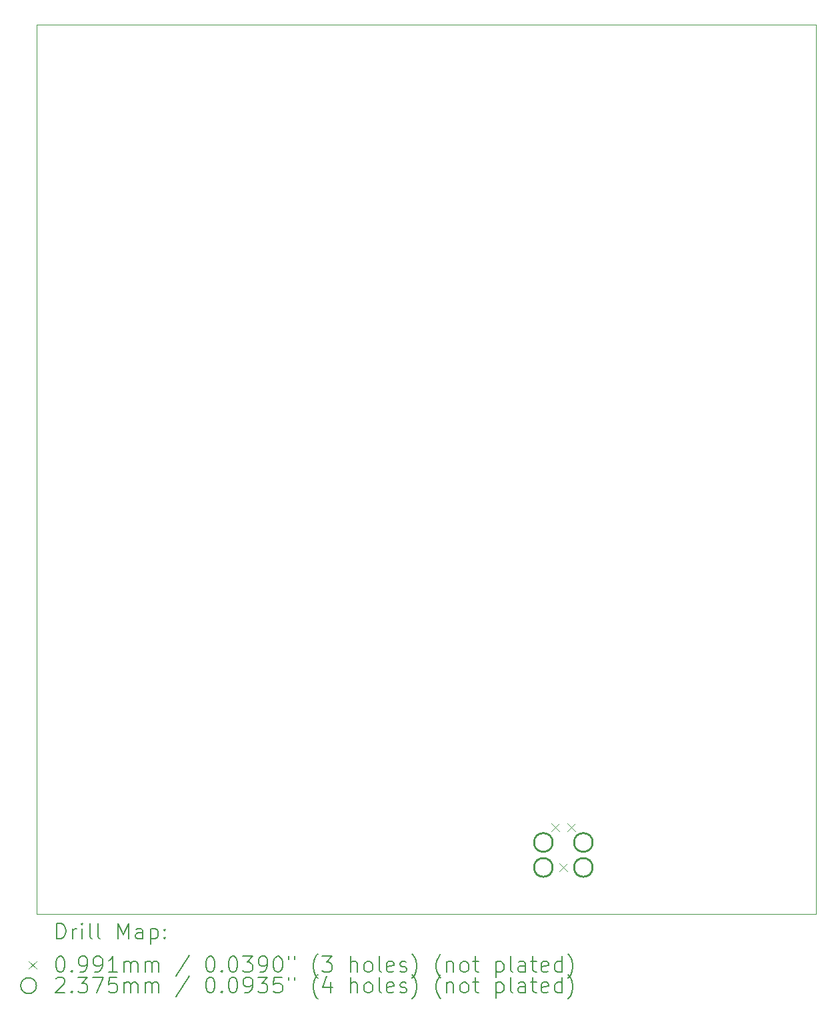
<source format=gbr>
%TF.GenerationSoftware,KiCad,Pcbnew,(6.0.7)*%
%TF.CreationDate,2022-10-12T02:09:32-03:00*%
%TF.ProjectId,uEFI_rev3,75454649-5f72-4657-9633-2e6b69636164,v3.0*%
%TF.SameCoordinates,Original*%
%TF.FileFunction,Drillmap*%
%TF.FilePolarity,Positive*%
%FSLAX45Y45*%
G04 Gerber Fmt 4.5, Leading zero omitted, Abs format (unit mm)*
G04 Created by KiCad (PCBNEW (6.0.7)) date 2022-10-12 02:09:32*
%MOMM*%
%LPD*%
G01*
G04 APERTURE LIST*
%ADD10C,0.050000*%
%ADD11C,0.200000*%
%ADD12C,0.099060*%
%ADD13C,0.237490*%
G04 APERTURE END LIST*
D10*
X5520000Y-4360000D02*
X15420000Y-4360000D01*
X15420000Y-4360000D02*
X15420000Y-15660000D01*
X15420000Y-15660000D02*
X5520000Y-15660000D01*
X5520000Y-15660000D02*
X5520000Y-4360000D01*
D11*
D12*
X12057870Y-14507470D02*
X12156930Y-14606530D01*
X12156930Y-14507470D02*
X12057870Y-14606530D01*
X12159470Y-15015470D02*
X12258530Y-15114530D01*
X12258530Y-15015470D02*
X12159470Y-15114530D01*
X12261070Y-14507470D02*
X12360130Y-14606530D01*
X12360130Y-14507470D02*
X12261070Y-14606530D01*
D13*
X12073745Y-14747500D02*
G75*
G03*
X12073745Y-14747500I-118745J0D01*
G01*
X12073745Y-15065000D02*
G75*
G03*
X12073745Y-15065000I-118745J0D01*
G01*
X12581745Y-14747500D02*
G75*
G03*
X12581745Y-14747500I-118745J0D01*
G01*
X12581745Y-15065000D02*
G75*
G03*
X12581745Y-15065000I-118745J0D01*
G01*
D11*
X5775119Y-15972976D02*
X5775119Y-15772976D01*
X5822738Y-15772976D01*
X5851309Y-15782500D01*
X5870357Y-15801548D01*
X5879881Y-15820595D01*
X5889405Y-15858690D01*
X5889405Y-15887262D01*
X5879881Y-15925357D01*
X5870357Y-15944405D01*
X5851309Y-15963452D01*
X5822738Y-15972976D01*
X5775119Y-15972976D01*
X5975119Y-15972976D02*
X5975119Y-15839643D01*
X5975119Y-15877738D02*
X5984643Y-15858690D01*
X5994167Y-15849167D01*
X6013214Y-15839643D01*
X6032262Y-15839643D01*
X6098928Y-15972976D02*
X6098928Y-15839643D01*
X6098928Y-15772976D02*
X6089405Y-15782500D01*
X6098928Y-15792024D01*
X6108452Y-15782500D01*
X6098928Y-15772976D01*
X6098928Y-15792024D01*
X6222738Y-15972976D02*
X6203690Y-15963452D01*
X6194167Y-15944405D01*
X6194167Y-15772976D01*
X6327500Y-15972976D02*
X6308452Y-15963452D01*
X6298928Y-15944405D01*
X6298928Y-15772976D01*
X6556071Y-15972976D02*
X6556071Y-15772976D01*
X6622738Y-15915833D01*
X6689405Y-15772976D01*
X6689405Y-15972976D01*
X6870357Y-15972976D02*
X6870357Y-15868214D01*
X6860833Y-15849167D01*
X6841786Y-15839643D01*
X6803690Y-15839643D01*
X6784643Y-15849167D01*
X6870357Y-15963452D02*
X6851309Y-15972976D01*
X6803690Y-15972976D01*
X6784643Y-15963452D01*
X6775119Y-15944405D01*
X6775119Y-15925357D01*
X6784643Y-15906309D01*
X6803690Y-15896786D01*
X6851309Y-15896786D01*
X6870357Y-15887262D01*
X6965595Y-15839643D02*
X6965595Y-16039643D01*
X6965595Y-15849167D02*
X6984643Y-15839643D01*
X7022738Y-15839643D01*
X7041786Y-15849167D01*
X7051309Y-15858690D01*
X7060833Y-15877738D01*
X7060833Y-15934881D01*
X7051309Y-15953928D01*
X7041786Y-15963452D01*
X7022738Y-15972976D01*
X6984643Y-15972976D01*
X6965595Y-15963452D01*
X7146548Y-15953928D02*
X7156071Y-15963452D01*
X7146548Y-15972976D01*
X7137024Y-15963452D01*
X7146548Y-15953928D01*
X7146548Y-15972976D01*
X7146548Y-15849167D02*
X7156071Y-15858690D01*
X7146548Y-15868214D01*
X7137024Y-15858690D01*
X7146548Y-15849167D01*
X7146548Y-15868214D01*
D12*
X5418440Y-16252970D02*
X5517500Y-16352030D01*
X5517500Y-16252970D02*
X5418440Y-16352030D01*
D11*
X5813214Y-16192976D02*
X5832262Y-16192976D01*
X5851309Y-16202500D01*
X5860833Y-16212024D01*
X5870357Y-16231071D01*
X5879881Y-16269167D01*
X5879881Y-16316786D01*
X5870357Y-16354881D01*
X5860833Y-16373928D01*
X5851309Y-16383452D01*
X5832262Y-16392976D01*
X5813214Y-16392976D01*
X5794167Y-16383452D01*
X5784643Y-16373928D01*
X5775119Y-16354881D01*
X5765595Y-16316786D01*
X5765595Y-16269167D01*
X5775119Y-16231071D01*
X5784643Y-16212024D01*
X5794167Y-16202500D01*
X5813214Y-16192976D01*
X5965595Y-16373928D02*
X5975119Y-16383452D01*
X5965595Y-16392976D01*
X5956071Y-16383452D01*
X5965595Y-16373928D01*
X5965595Y-16392976D01*
X6070357Y-16392976D02*
X6108452Y-16392976D01*
X6127500Y-16383452D01*
X6137024Y-16373928D01*
X6156071Y-16345357D01*
X6165595Y-16307262D01*
X6165595Y-16231071D01*
X6156071Y-16212024D01*
X6146548Y-16202500D01*
X6127500Y-16192976D01*
X6089405Y-16192976D01*
X6070357Y-16202500D01*
X6060833Y-16212024D01*
X6051309Y-16231071D01*
X6051309Y-16278690D01*
X6060833Y-16297738D01*
X6070357Y-16307262D01*
X6089405Y-16316786D01*
X6127500Y-16316786D01*
X6146548Y-16307262D01*
X6156071Y-16297738D01*
X6165595Y-16278690D01*
X6260833Y-16392976D02*
X6298928Y-16392976D01*
X6317976Y-16383452D01*
X6327500Y-16373928D01*
X6346548Y-16345357D01*
X6356071Y-16307262D01*
X6356071Y-16231071D01*
X6346548Y-16212024D01*
X6337024Y-16202500D01*
X6317976Y-16192976D01*
X6279881Y-16192976D01*
X6260833Y-16202500D01*
X6251309Y-16212024D01*
X6241786Y-16231071D01*
X6241786Y-16278690D01*
X6251309Y-16297738D01*
X6260833Y-16307262D01*
X6279881Y-16316786D01*
X6317976Y-16316786D01*
X6337024Y-16307262D01*
X6346548Y-16297738D01*
X6356071Y-16278690D01*
X6546548Y-16392976D02*
X6432262Y-16392976D01*
X6489405Y-16392976D02*
X6489405Y-16192976D01*
X6470357Y-16221548D01*
X6451309Y-16240595D01*
X6432262Y-16250119D01*
X6632262Y-16392976D02*
X6632262Y-16259643D01*
X6632262Y-16278690D02*
X6641786Y-16269167D01*
X6660833Y-16259643D01*
X6689405Y-16259643D01*
X6708452Y-16269167D01*
X6717976Y-16288214D01*
X6717976Y-16392976D01*
X6717976Y-16288214D02*
X6727500Y-16269167D01*
X6746548Y-16259643D01*
X6775119Y-16259643D01*
X6794167Y-16269167D01*
X6803690Y-16288214D01*
X6803690Y-16392976D01*
X6898928Y-16392976D02*
X6898928Y-16259643D01*
X6898928Y-16278690D02*
X6908452Y-16269167D01*
X6927500Y-16259643D01*
X6956071Y-16259643D01*
X6975119Y-16269167D01*
X6984643Y-16288214D01*
X6984643Y-16392976D01*
X6984643Y-16288214D02*
X6994167Y-16269167D01*
X7013214Y-16259643D01*
X7041786Y-16259643D01*
X7060833Y-16269167D01*
X7070357Y-16288214D01*
X7070357Y-16392976D01*
X7460833Y-16183452D02*
X7289405Y-16440595D01*
X7717976Y-16192976D02*
X7737024Y-16192976D01*
X7756071Y-16202500D01*
X7765595Y-16212024D01*
X7775119Y-16231071D01*
X7784643Y-16269167D01*
X7784643Y-16316786D01*
X7775119Y-16354881D01*
X7765595Y-16373928D01*
X7756071Y-16383452D01*
X7737024Y-16392976D01*
X7717976Y-16392976D01*
X7698928Y-16383452D01*
X7689405Y-16373928D01*
X7679881Y-16354881D01*
X7670357Y-16316786D01*
X7670357Y-16269167D01*
X7679881Y-16231071D01*
X7689405Y-16212024D01*
X7698928Y-16202500D01*
X7717976Y-16192976D01*
X7870357Y-16373928D02*
X7879881Y-16383452D01*
X7870357Y-16392976D01*
X7860833Y-16383452D01*
X7870357Y-16373928D01*
X7870357Y-16392976D01*
X8003690Y-16192976D02*
X8022738Y-16192976D01*
X8041786Y-16202500D01*
X8051309Y-16212024D01*
X8060833Y-16231071D01*
X8070357Y-16269167D01*
X8070357Y-16316786D01*
X8060833Y-16354881D01*
X8051309Y-16373928D01*
X8041786Y-16383452D01*
X8022738Y-16392976D01*
X8003690Y-16392976D01*
X7984643Y-16383452D01*
X7975119Y-16373928D01*
X7965595Y-16354881D01*
X7956071Y-16316786D01*
X7956071Y-16269167D01*
X7965595Y-16231071D01*
X7975119Y-16212024D01*
X7984643Y-16202500D01*
X8003690Y-16192976D01*
X8137024Y-16192976D02*
X8260833Y-16192976D01*
X8194167Y-16269167D01*
X8222738Y-16269167D01*
X8241786Y-16278690D01*
X8251309Y-16288214D01*
X8260833Y-16307262D01*
X8260833Y-16354881D01*
X8251309Y-16373928D01*
X8241786Y-16383452D01*
X8222738Y-16392976D01*
X8165595Y-16392976D01*
X8146548Y-16383452D01*
X8137024Y-16373928D01*
X8356071Y-16392976D02*
X8394167Y-16392976D01*
X8413214Y-16383452D01*
X8422738Y-16373928D01*
X8441786Y-16345357D01*
X8451310Y-16307262D01*
X8451310Y-16231071D01*
X8441786Y-16212024D01*
X8432262Y-16202500D01*
X8413214Y-16192976D01*
X8375119Y-16192976D01*
X8356071Y-16202500D01*
X8346548Y-16212024D01*
X8337024Y-16231071D01*
X8337024Y-16278690D01*
X8346548Y-16297738D01*
X8356071Y-16307262D01*
X8375119Y-16316786D01*
X8413214Y-16316786D01*
X8432262Y-16307262D01*
X8441786Y-16297738D01*
X8451310Y-16278690D01*
X8575119Y-16192976D02*
X8594167Y-16192976D01*
X8613214Y-16202500D01*
X8622738Y-16212024D01*
X8632262Y-16231071D01*
X8641786Y-16269167D01*
X8641786Y-16316786D01*
X8632262Y-16354881D01*
X8622738Y-16373928D01*
X8613214Y-16383452D01*
X8594167Y-16392976D01*
X8575119Y-16392976D01*
X8556071Y-16383452D01*
X8546548Y-16373928D01*
X8537024Y-16354881D01*
X8527500Y-16316786D01*
X8527500Y-16269167D01*
X8537024Y-16231071D01*
X8546548Y-16212024D01*
X8556071Y-16202500D01*
X8575119Y-16192976D01*
X8717976Y-16192976D02*
X8717976Y-16231071D01*
X8794167Y-16192976D02*
X8794167Y-16231071D01*
X9089405Y-16469167D02*
X9079881Y-16459643D01*
X9060833Y-16431071D01*
X9051310Y-16412024D01*
X9041786Y-16383452D01*
X9032262Y-16335833D01*
X9032262Y-16297738D01*
X9041786Y-16250119D01*
X9051310Y-16221548D01*
X9060833Y-16202500D01*
X9079881Y-16173928D01*
X9089405Y-16164405D01*
X9146548Y-16192976D02*
X9270357Y-16192976D01*
X9203690Y-16269167D01*
X9232262Y-16269167D01*
X9251310Y-16278690D01*
X9260833Y-16288214D01*
X9270357Y-16307262D01*
X9270357Y-16354881D01*
X9260833Y-16373928D01*
X9251310Y-16383452D01*
X9232262Y-16392976D01*
X9175119Y-16392976D01*
X9156071Y-16383452D01*
X9146548Y-16373928D01*
X9508452Y-16392976D02*
X9508452Y-16192976D01*
X9594167Y-16392976D02*
X9594167Y-16288214D01*
X9584643Y-16269167D01*
X9565595Y-16259643D01*
X9537024Y-16259643D01*
X9517976Y-16269167D01*
X9508452Y-16278690D01*
X9717976Y-16392976D02*
X9698929Y-16383452D01*
X9689405Y-16373928D01*
X9679881Y-16354881D01*
X9679881Y-16297738D01*
X9689405Y-16278690D01*
X9698929Y-16269167D01*
X9717976Y-16259643D01*
X9746548Y-16259643D01*
X9765595Y-16269167D01*
X9775119Y-16278690D01*
X9784643Y-16297738D01*
X9784643Y-16354881D01*
X9775119Y-16373928D01*
X9765595Y-16383452D01*
X9746548Y-16392976D01*
X9717976Y-16392976D01*
X9898929Y-16392976D02*
X9879881Y-16383452D01*
X9870357Y-16364405D01*
X9870357Y-16192976D01*
X10051310Y-16383452D02*
X10032262Y-16392976D01*
X9994167Y-16392976D01*
X9975119Y-16383452D01*
X9965595Y-16364405D01*
X9965595Y-16288214D01*
X9975119Y-16269167D01*
X9994167Y-16259643D01*
X10032262Y-16259643D01*
X10051310Y-16269167D01*
X10060833Y-16288214D01*
X10060833Y-16307262D01*
X9965595Y-16326309D01*
X10137024Y-16383452D02*
X10156071Y-16392976D01*
X10194167Y-16392976D01*
X10213214Y-16383452D01*
X10222738Y-16364405D01*
X10222738Y-16354881D01*
X10213214Y-16335833D01*
X10194167Y-16326309D01*
X10165595Y-16326309D01*
X10146548Y-16316786D01*
X10137024Y-16297738D01*
X10137024Y-16288214D01*
X10146548Y-16269167D01*
X10165595Y-16259643D01*
X10194167Y-16259643D01*
X10213214Y-16269167D01*
X10289405Y-16469167D02*
X10298929Y-16459643D01*
X10317976Y-16431071D01*
X10327500Y-16412024D01*
X10337024Y-16383452D01*
X10346548Y-16335833D01*
X10346548Y-16297738D01*
X10337024Y-16250119D01*
X10327500Y-16221548D01*
X10317976Y-16202500D01*
X10298929Y-16173928D01*
X10289405Y-16164405D01*
X10651310Y-16469167D02*
X10641786Y-16459643D01*
X10622738Y-16431071D01*
X10613214Y-16412024D01*
X10603690Y-16383452D01*
X10594167Y-16335833D01*
X10594167Y-16297738D01*
X10603690Y-16250119D01*
X10613214Y-16221548D01*
X10622738Y-16202500D01*
X10641786Y-16173928D01*
X10651310Y-16164405D01*
X10727500Y-16259643D02*
X10727500Y-16392976D01*
X10727500Y-16278690D02*
X10737024Y-16269167D01*
X10756071Y-16259643D01*
X10784643Y-16259643D01*
X10803690Y-16269167D01*
X10813214Y-16288214D01*
X10813214Y-16392976D01*
X10937024Y-16392976D02*
X10917976Y-16383452D01*
X10908452Y-16373928D01*
X10898929Y-16354881D01*
X10898929Y-16297738D01*
X10908452Y-16278690D01*
X10917976Y-16269167D01*
X10937024Y-16259643D01*
X10965595Y-16259643D01*
X10984643Y-16269167D01*
X10994167Y-16278690D01*
X11003690Y-16297738D01*
X11003690Y-16354881D01*
X10994167Y-16373928D01*
X10984643Y-16383452D01*
X10965595Y-16392976D01*
X10937024Y-16392976D01*
X11060833Y-16259643D02*
X11137024Y-16259643D01*
X11089405Y-16192976D02*
X11089405Y-16364405D01*
X11098929Y-16383452D01*
X11117976Y-16392976D01*
X11137024Y-16392976D01*
X11356071Y-16259643D02*
X11356071Y-16459643D01*
X11356071Y-16269167D02*
X11375119Y-16259643D01*
X11413214Y-16259643D01*
X11432262Y-16269167D01*
X11441786Y-16278690D01*
X11451309Y-16297738D01*
X11451309Y-16354881D01*
X11441786Y-16373928D01*
X11432262Y-16383452D01*
X11413214Y-16392976D01*
X11375119Y-16392976D01*
X11356071Y-16383452D01*
X11565595Y-16392976D02*
X11546548Y-16383452D01*
X11537024Y-16364405D01*
X11537024Y-16192976D01*
X11727500Y-16392976D02*
X11727500Y-16288214D01*
X11717976Y-16269167D01*
X11698928Y-16259643D01*
X11660833Y-16259643D01*
X11641786Y-16269167D01*
X11727500Y-16383452D02*
X11708452Y-16392976D01*
X11660833Y-16392976D01*
X11641786Y-16383452D01*
X11632262Y-16364405D01*
X11632262Y-16345357D01*
X11641786Y-16326309D01*
X11660833Y-16316786D01*
X11708452Y-16316786D01*
X11727500Y-16307262D01*
X11794167Y-16259643D02*
X11870357Y-16259643D01*
X11822738Y-16192976D02*
X11822738Y-16364405D01*
X11832262Y-16383452D01*
X11851309Y-16392976D01*
X11870357Y-16392976D01*
X12013214Y-16383452D02*
X11994167Y-16392976D01*
X11956071Y-16392976D01*
X11937024Y-16383452D01*
X11927500Y-16364405D01*
X11927500Y-16288214D01*
X11937024Y-16269167D01*
X11956071Y-16259643D01*
X11994167Y-16259643D01*
X12013214Y-16269167D01*
X12022738Y-16288214D01*
X12022738Y-16307262D01*
X11927500Y-16326309D01*
X12194167Y-16392976D02*
X12194167Y-16192976D01*
X12194167Y-16383452D02*
X12175119Y-16392976D01*
X12137024Y-16392976D01*
X12117976Y-16383452D01*
X12108452Y-16373928D01*
X12098928Y-16354881D01*
X12098928Y-16297738D01*
X12108452Y-16278690D01*
X12117976Y-16269167D01*
X12137024Y-16259643D01*
X12175119Y-16259643D01*
X12194167Y-16269167D01*
X12270357Y-16469167D02*
X12279881Y-16459643D01*
X12298928Y-16431071D01*
X12308452Y-16412024D01*
X12317976Y-16383452D01*
X12327500Y-16335833D01*
X12327500Y-16297738D01*
X12317976Y-16250119D01*
X12308452Y-16221548D01*
X12298928Y-16202500D01*
X12279881Y-16173928D01*
X12270357Y-16164405D01*
X5517500Y-16566500D02*
G75*
G03*
X5517500Y-16566500I-100000J0D01*
G01*
X5765595Y-16476024D02*
X5775119Y-16466500D01*
X5794167Y-16456976D01*
X5841786Y-16456976D01*
X5860833Y-16466500D01*
X5870357Y-16476024D01*
X5879881Y-16495071D01*
X5879881Y-16514119D01*
X5870357Y-16542690D01*
X5756071Y-16656976D01*
X5879881Y-16656976D01*
X5965595Y-16637928D02*
X5975119Y-16647452D01*
X5965595Y-16656976D01*
X5956071Y-16647452D01*
X5965595Y-16637928D01*
X5965595Y-16656976D01*
X6041786Y-16456976D02*
X6165595Y-16456976D01*
X6098928Y-16533167D01*
X6127500Y-16533167D01*
X6146548Y-16542690D01*
X6156071Y-16552214D01*
X6165595Y-16571262D01*
X6165595Y-16618881D01*
X6156071Y-16637928D01*
X6146548Y-16647452D01*
X6127500Y-16656976D01*
X6070357Y-16656976D01*
X6051309Y-16647452D01*
X6041786Y-16637928D01*
X6232262Y-16456976D02*
X6365595Y-16456976D01*
X6279881Y-16656976D01*
X6537024Y-16456976D02*
X6441786Y-16456976D01*
X6432262Y-16552214D01*
X6441786Y-16542690D01*
X6460833Y-16533167D01*
X6508452Y-16533167D01*
X6527500Y-16542690D01*
X6537024Y-16552214D01*
X6546548Y-16571262D01*
X6546548Y-16618881D01*
X6537024Y-16637928D01*
X6527500Y-16647452D01*
X6508452Y-16656976D01*
X6460833Y-16656976D01*
X6441786Y-16647452D01*
X6432262Y-16637928D01*
X6632262Y-16656976D02*
X6632262Y-16523643D01*
X6632262Y-16542690D02*
X6641786Y-16533167D01*
X6660833Y-16523643D01*
X6689405Y-16523643D01*
X6708452Y-16533167D01*
X6717976Y-16552214D01*
X6717976Y-16656976D01*
X6717976Y-16552214D02*
X6727500Y-16533167D01*
X6746548Y-16523643D01*
X6775119Y-16523643D01*
X6794167Y-16533167D01*
X6803690Y-16552214D01*
X6803690Y-16656976D01*
X6898928Y-16656976D02*
X6898928Y-16523643D01*
X6898928Y-16542690D02*
X6908452Y-16533167D01*
X6927500Y-16523643D01*
X6956071Y-16523643D01*
X6975119Y-16533167D01*
X6984643Y-16552214D01*
X6984643Y-16656976D01*
X6984643Y-16552214D02*
X6994167Y-16533167D01*
X7013214Y-16523643D01*
X7041786Y-16523643D01*
X7060833Y-16533167D01*
X7070357Y-16552214D01*
X7070357Y-16656976D01*
X7460833Y-16447452D02*
X7289405Y-16704595D01*
X7717976Y-16456976D02*
X7737024Y-16456976D01*
X7756071Y-16466500D01*
X7765595Y-16476024D01*
X7775119Y-16495071D01*
X7784643Y-16533167D01*
X7784643Y-16580786D01*
X7775119Y-16618881D01*
X7765595Y-16637928D01*
X7756071Y-16647452D01*
X7737024Y-16656976D01*
X7717976Y-16656976D01*
X7698928Y-16647452D01*
X7689405Y-16637928D01*
X7679881Y-16618881D01*
X7670357Y-16580786D01*
X7670357Y-16533167D01*
X7679881Y-16495071D01*
X7689405Y-16476024D01*
X7698928Y-16466500D01*
X7717976Y-16456976D01*
X7870357Y-16637928D02*
X7879881Y-16647452D01*
X7870357Y-16656976D01*
X7860833Y-16647452D01*
X7870357Y-16637928D01*
X7870357Y-16656976D01*
X8003690Y-16456976D02*
X8022738Y-16456976D01*
X8041786Y-16466500D01*
X8051309Y-16476024D01*
X8060833Y-16495071D01*
X8070357Y-16533167D01*
X8070357Y-16580786D01*
X8060833Y-16618881D01*
X8051309Y-16637928D01*
X8041786Y-16647452D01*
X8022738Y-16656976D01*
X8003690Y-16656976D01*
X7984643Y-16647452D01*
X7975119Y-16637928D01*
X7965595Y-16618881D01*
X7956071Y-16580786D01*
X7956071Y-16533167D01*
X7965595Y-16495071D01*
X7975119Y-16476024D01*
X7984643Y-16466500D01*
X8003690Y-16456976D01*
X8165595Y-16656976D02*
X8203690Y-16656976D01*
X8222738Y-16647452D01*
X8232262Y-16637928D01*
X8251309Y-16609357D01*
X8260833Y-16571262D01*
X8260833Y-16495071D01*
X8251309Y-16476024D01*
X8241786Y-16466500D01*
X8222738Y-16456976D01*
X8184643Y-16456976D01*
X8165595Y-16466500D01*
X8156071Y-16476024D01*
X8146548Y-16495071D01*
X8146548Y-16542690D01*
X8156071Y-16561738D01*
X8165595Y-16571262D01*
X8184643Y-16580786D01*
X8222738Y-16580786D01*
X8241786Y-16571262D01*
X8251309Y-16561738D01*
X8260833Y-16542690D01*
X8327500Y-16456976D02*
X8451310Y-16456976D01*
X8384643Y-16533167D01*
X8413214Y-16533167D01*
X8432262Y-16542690D01*
X8441786Y-16552214D01*
X8451310Y-16571262D01*
X8451310Y-16618881D01*
X8441786Y-16637928D01*
X8432262Y-16647452D01*
X8413214Y-16656976D01*
X8356071Y-16656976D01*
X8337024Y-16647452D01*
X8327500Y-16637928D01*
X8632262Y-16456976D02*
X8537024Y-16456976D01*
X8527500Y-16552214D01*
X8537024Y-16542690D01*
X8556071Y-16533167D01*
X8603690Y-16533167D01*
X8622738Y-16542690D01*
X8632262Y-16552214D01*
X8641786Y-16571262D01*
X8641786Y-16618881D01*
X8632262Y-16637928D01*
X8622738Y-16647452D01*
X8603690Y-16656976D01*
X8556071Y-16656976D01*
X8537024Y-16647452D01*
X8527500Y-16637928D01*
X8717976Y-16456976D02*
X8717976Y-16495071D01*
X8794167Y-16456976D02*
X8794167Y-16495071D01*
X9089405Y-16733167D02*
X9079881Y-16723643D01*
X9060833Y-16695071D01*
X9051310Y-16676024D01*
X9041786Y-16647452D01*
X9032262Y-16599833D01*
X9032262Y-16561738D01*
X9041786Y-16514119D01*
X9051310Y-16485548D01*
X9060833Y-16466500D01*
X9079881Y-16437928D01*
X9089405Y-16428405D01*
X9251310Y-16523643D02*
X9251310Y-16656976D01*
X9203690Y-16447452D02*
X9156071Y-16590309D01*
X9279881Y-16590309D01*
X9508452Y-16656976D02*
X9508452Y-16456976D01*
X9594167Y-16656976D02*
X9594167Y-16552214D01*
X9584643Y-16533167D01*
X9565595Y-16523643D01*
X9537024Y-16523643D01*
X9517976Y-16533167D01*
X9508452Y-16542690D01*
X9717976Y-16656976D02*
X9698929Y-16647452D01*
X9689405Y-16637928D01*
X9679881Y-16618881D01*
X9679881Y-16561738D01*
X9689405Y-16542690D01*
X9698929Y-16533167D01*
X9717976Y-16523643D01*
X9746548Y-16523643D01*
X9765595Y-16533167D01*
X9775119Y-16542690D01*
X9784643Y-16561738D01*
X9784643Y-16618881D01*
X9775119Y-16637928D01*
X9765595Y-16647452D01*
X9746548Y-16656976D01*
X9717976Y-16656976D01*
X9898929Y-16656976D02*
X9879881Y-16647452D01*
X9870357Y-16628405D01*
X9870357Y-16456976D01*
X10051310Y-16647452D02*
X10032262Y-16656976D01*
X9994167Y-16656976D01*
X9975119Y-16647452D01*
X9965595Y-16628405D01*
X9965595Y-16552214D01*
X9975119Y-16533167D01*
X9994167Y-16523643D01*
X10032262Y-16523643D01*
X10051310Y-16533167D01*
X10060833Y-16552214D01*
X10060833Y-16571262D01*
X9965595Y-16590309D01*
X10137024Y-16647452D02*
X10156071Y-16656976D01*
X10194167Y-16656976D01*
X10213214Y-16647452D01*
X10222738Y-16628405D01*
X10222738Y-16618881D01*
X10213214Y-16599833D01*
X10194167Y-16590309D01*
X10165595Y-16590309D01*
X10146548Y-16580786D01*
X10137024Y-16561738D01*
X10137024Y-16552214D01*
X10146548Y-16533167D01*
X10165595Y-16523643D01*
X10194167Y-16523643D01*
X10213214Y-16533167D01*
X10289405Y-16733167D02*
X10298929Y-16723643D01*
X10317976Y-16695071D01*
X10327500Y-16676024D01*
X10337024Y-16647452D01*
X10346548Y-16599833D01*
X10346548Y-16561738D01*
X10337024Y-16514119D01*
X10327500Y-16485548D01*
X10317976Y-16466500D01*
X10298929Y-16437928D01*
X10289405Y-16428405D01*
X10651310Y-16733167D02*
X10641786Y-16723643D01*
X10622738Y-16695071D01*
X10613214Y-16676024D01*
X10603690Y-16647452D01*
X10594167Y-16599833D01*
X10594167Y-16561738D01*
X10603690Y-16514119D01*
X10613214Y-16485548D01*
X10622738Y-16466500D01*
X10641786Y-16437928D01*
X10651310Y-16428405D01*
X10727500Y-16523643D02*
X10727500Y-16656976D01*
X10727500Y-16542690D02*
X10737024Y-16533167D01*
X10756071Y-16523643D01*
X10784643Y-16523643D01*
X10803690Y-16533167D01*
X10813214Y-16552214D01*
X10813214Y-16656976D01*
X10937024Y-16656976D02*
X10917976Y-16647452D01*
X10908452Y-16637928D01*
X10898929Y-16618881D01*
X10898929Y-16561738D01*
X10908452Y-16542690D01*
X10917976Y-16533167D01*
X10937024Y-16523643D01*
X10965595Y-16523643D01*
X10984643Y-16533167D01*
X10994167Y-16542690D01*
X11003690Y-16561738D01*
X11003690Y-16618881D01*
X10994167Y-16637928D01*
X10984643Y-16647452D01*
X10965595Y-16656976D01*
X10937024Y-16656976D01*
X11060833Y-16523643D02*
X11137024Y-16523643D01*
X11089405Y-16456976D02*
X11089405Y-16628405D01*
X11098929Y-16647452D01*
X11117976Y-16656976D01*
X11137024Y-16656976D01*
X11356071Y-16523643D02*
X11356071Y-16723643D01*
X11356071Y-16533167D02*
X11375119Y-16523643D01*
X11413214Y-16523643D01*
X11432262Y-16533167D01*
X11441786Y-16542690D01*
X11451309Y-16561738D01*
X11451309Y-16618881D01*
X11441786Y-16637928D01*
X11432262Y-16647452D01*
X11413214Y-16656976D01*
X11375119Y-16656976D01*
X11356071Y-16647452D01*
X11565595Y-16656976D02*
X11546548Y-16647452D01*
X11537024Y-16628405D01*
X11537024Y-16456976D01*
X11727500Y-16656976D02*
X11727500Y-16552214D01*
X11717976Y-16533167D01*
X11698928Y-16523643D01*
X11660833Y-16523643D01*
X11641786Y-16533167D01*
X11727500Y-16647452D02*
X11708452Y-16656976D01*
X11660833Y-16656976D01*
X11641786Y-16647452D01*
X11632262Y-16628405D01*
X11632262Y-16609357D01*
X11641786Y-16590309D01*
X11660833Y-16580786D01*
X11708452Y-16580786D01*
X11727500Y-16571262D01*
X11794167Y-16523643D02*
X11870357Y-16523643D01*
X11822738Y-16456976D02*
X11822738Y-16628405D01*
X11832262Y-16647452D01*
X11851309Y-16656976D01*
X11870357Y-16656976D01*
X12013214Y-16647452D02*
X11994167Y-16656976D01*
X11956071Y-16656976D01*
X11937024Y-16647452D01*
X11927500Y-16628405D01*
X11927500Y-16552214D01*
X11937024Y-16533167D01*
X11956071Y-16523643D01*
X11994167Y-16523643D01*
X12013214Y-16533167D01*
X12022738Y-16552214D01*
X12022738Y-16571262D01*
X11927500Y-16590309D01*
X12194167Y-16656976D02*
X12194167Y-16456976D01*
X12194167Y-16647452D02*
X12175119Y-16656976D01*
X12137024Y-16656976D01*
X12117976Y-16647452D01*
X12108452Y-16637928D01*
X12098928Y-16618881D01*
X12098928Y-16561738D01*
X12108452Y-16542690D01*
X12117976Y-16533167D01*
X12137024Y-16523643D01*
X12175119Y-16523643D01*
X12194167Y-16533167D01*
X12270357Y-16733167D02*
X12279881Y-16723643D01*
X12298928Y-16695071D01*
X12308452Y-16676024D01*
X12317976Y-16647452D01*
X12327500Y-16599833D01*
X12327500Y-16561738D01*
X12317976Y-16514119D01*
X12308452Y-16485548D01*
X12298928Y-16466500D01*
X12279881Y-16437928D01*
X12270357Y-16428405D01*
M02*

</source>
